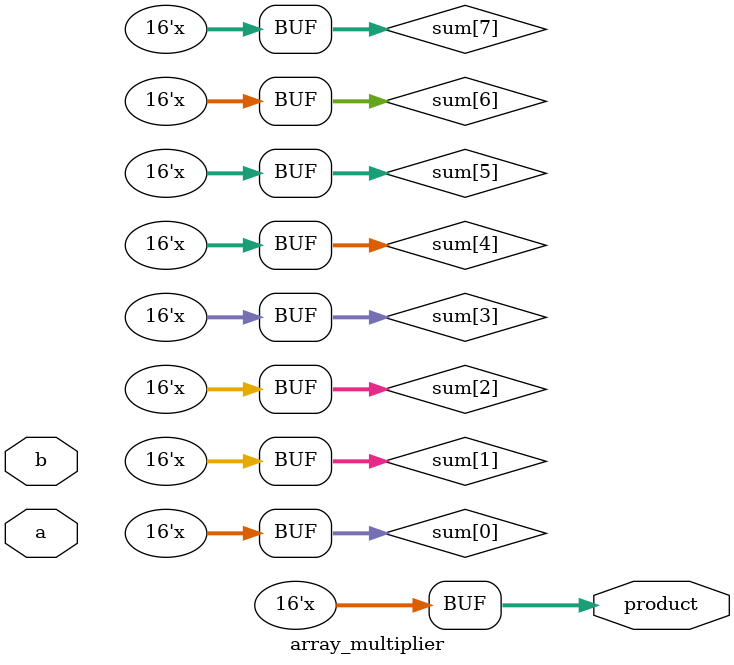
<source format=sv>

module array_multiplier_top #(
    parameter integer DATA_WIDTH = 8
)(
    input  wire                     clk,
    input  wire                     rst_n,

    // Input side
    input  wire                     EA,     // Enable A register
    input  wire                     EB,     // Enable B register
    input  wire [DATA_WIDTH-1:0]    A_in,
    input  wire [DATA_WIDTH-1:0]    B_in,

    // Output side
    output reg  [2*DATA_WIDTH-1:0]  P_out
);

    // Input registers
    reg [DATA_WIDTH-1:0] A_reg;
    reg [DATA_WIDTH-1:0] B_reg;

    // Combinational multiplier output
    wire [2*DATA_WIDTH-1:0] product_wire;

    // Input registers
    always @(posedge clk or negedge rst_n) begin
        if (!rst_n) begin
            A_reg <= {DATA_WIDTH{1'b0}};
            B_reg <= {DATA_WIDTH{1'b0}};
        end else begin
            if (EA)
                A_reg <= A_in;
            if (EB)
                B_reg <= B_in;
        end
    end

    // Array multiplier instance
    array_multiplier #(
        .DATA_WIDTH(DATA_WIDTH)
    ) u_array_multiplier (
        .a(A_reg),
        .b(B_reg),
        .product(product_wire)
    );

    // Output register
    always @(posedge clk or negedge rst_n) begin
        if (!rst_n)
            P_out <= {2*DATA_WIDTH{1'b0}};
        else
            P_out <= product_wire;
    end

endmodule


module array_multiplier #(
    // Parameter declarations
    parameter integer DATA_WIDTH = 8
)(
    input   wire [DATA_WIDTH-1: 0]   a,
    input   wire [DATA_WIDTH-1: 0]   b,
    output  wire [2*DATA_WIDTH-1: 0] product
);

    // Partial products (extended to 2N bits)
    wire [2*DATA_WIDTH-1: 0] pp [DATA_WIDTH-1:0];

    // Sum between stages
    wire [2*DATA_WIDTH-1: 0] sum [DATA_WIDTH-1:0];

    genvar i;
    // Generate partial products
    generate
        for (i = 0; i < DATA_WIDTH; i = i + 1) begin : GEN_PP
            assign pp[i] = b[i] ? ({{DATA_WIDTH{1'b0}}, a} << i) : {2*DATA_WIDTH{1'b0}};
        end
    endgenerate

    // First sum is first partial product
    assign sum[0] = pp[0];

    // Add remaining partial products
    generate
        for (i = 1; i < DATA_WIDTH; i = i + 1) begin : GEN_SUM
            assign sum[i] = sum[i-1] + pp[i];
        end
    endgenerate

    // Final product output
    assign product = sum[DATA_WIDTH-1];

endmodule

</source>
